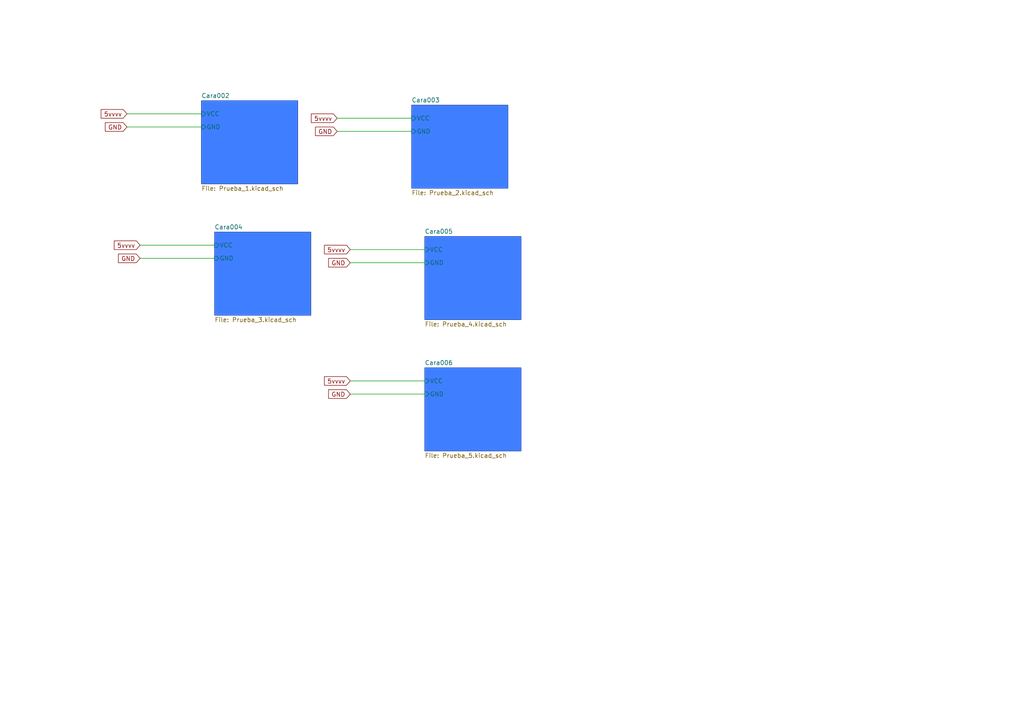
<source format=kicad_sch>
(kicad_sch (version 20211123) (generator eeschema)
  (paper "A4")
  (title_block (title "Testing de esquematicos") (date "2022-11-26") (rev "0.0.1") (company "Proyecto la Caja"))
  (lib_symbols)
  (wire (pts (xy 40.64 71.12) (xy 62.23 71.12)))
  (wire (pts (xy 101.6 114.3) (xy 123.19 114.3)))
  (wire (pts (xy 101.6 76.2) (xy 123.19 76.2)))
  (wire (pts (xy 101.6 72.39) (xy 123.19 72.39)))
  (wire (pts (xy 36.83 33.02) (xy 58.42 33.02)))
  (wire (pts (xy 36.83 36.83) (xy 58.42 36.83)))
  (wire (pts (xy 40.64 74.93) (xy 62.23 74.93)))
  (wire (pts (xy 101.6 110.49) (xy 123.19 110.49)))
  (wire (pts (xy 97.79 38.1) (xy 119.38 38.1)))
  (wire (pts (xy 97.79 34.29) (xy 119.38 34.29)))
  (global_label "GND" (shape input) (at 101.6 76.2 180) (property "Referencias entre hojas" "${INTERSHEET_REFS}" (effects hide)))
  (global_label "5vvvv" (shape input) (at 97.79 34.29 180) (property "Referencias entre hojas" "${INTERSHEET_REFS}" (effects hide)))
  (global_label "5vvvv" (shape input) (at 36.83 33.02 180) (property "Referencias entre hojas" "${INTERSHEET_REFS}" (effects hide)))
  (global_label "5vvvv" (shape input) (at 101.6 110.49 180) (property "Referencias entre hojas" "${INTERSHEET_REFS}" (effects hide)))
  (global_label "GND" (shape input) (at 40.64 74.93 180) (property "Referencias entre hojas" "${INTERSHEET_REFS}" (effects hide)))
  (global_label "GND" (shape input) (at 36.83 36.83 180) (property "Referencias entre hojas" "${INTERSHEET_REFS}" (effects hide)))
  (global_label "5vvvv" (shape input) (at 40.64 71.12 180) (property "Referencias entre hojas" "${INTERSHEET_REFS}" (effects hide)))
  (global_label "5vvvv" (shape input) (at 101.6 72.39 180) (property "Referencias entre hojas" "${INTERSHEET_REFS}" (effects hide)))
  (global_label "GND" (shape input) (at 101.6 114.3 180) (property "Referencias entre hojas" "${INTERSHEET_REFS}" (effects hide)))
  (global_label "GND" (shape input) (at 97.79 38.1 180) (property "Referencias entre hojas" "${INTERSHEET_REFS}" (effects hide)))
  (sheet (at 123.19 68.58) (size 27.94 24.13) (stroke (width 0.1524) (color 30 61 167 1)) (fill (color 63 127 255 1.0000))
    (property "Sheet name" "Cara005" (at 123.19 67.8684 0) (effects (justify left bottom)))
    (property "Sheet file" "Prueba_4.kicad_sch" (at 123.19 93.2946 0) (effects (justify left top)))
    (pin "GND" input (at 123.19 76.2 180))
    (pin "VCC" input (at 123.19 72.39 180))
  )
  (sheet (at 119.38 30.48) (size 27.94 24.13) (stroke (width 0.1524) (color 30 61 167 1)) (fill (color 63 127 255 1.0000))
    (property "Sheet name" "Cara003" (at 119.38 29.7684 0) (effects (justify left bottom)))
    (property "Sheet file" "Prueba_2.kicad_sch" (at 119.38 55.1946 0) (effects (justify left top)))
    (pin "GND" input (at 119.38 38.1 180))
    (pin "VCC" input (at 119.38 34.29 180))
  )
  (sheet (at 62.23 67.31) (size 27.94 24.13) (stroke (width 0.1524) (color 30 61 167 1)) (fill (color 63 127 255 1.0000))
    (property "Sheet name" "Cara004" (at 62.23 66.5984 0) (effects (justify left bottom)))
    (property "Sheet file" "Prueba_3.kicad_sch" (at 62.23 92.0246 0) (effects (justify left top)))
    (pin "GND" input (at 62.23 74.93 180))
    (pin "VCC" input (at 62.23 71.12 180))
  )
  (sheet (at 58.42 29.21) (size 27.94 24.13) (stroke (width 0.1524) (color 30 61 167 1)) (fill (color 63 127 255 1.0000))
    (property "Sheet name" "Cara002" (at 58.42 28.4984 0) (effects (justify left bottom)))
    (property "Sheet file" "Prueba_1.kicad_sch" (at 58.42 53.9246 0) (effects (justify left top)))
    (pin "GND" input (at 58.42 36.83 180))
    (pin "VCC" input (at 58.42 33.02 180))
  )
  (sheet (at 123.19 106.68) (size 27.94 24.13) (stroke (width 0.1524) (color 30 61 167 1)) (fill (color 63 127 255 1.0000))
    (property "Sheet name" "Cara006" (at 123.19 105.9684 0) (effects (justify left bottom)))
    (property "Sheet file" "Prueba_5.kicad_sch" (at 123.19 131.3946 0) (effects (justify left top)))
    (pin "GND" input (at 123.19 114.3 180))
    (pin "VCC" input (at 123.19 110.49 180))
  )
)
</source>
